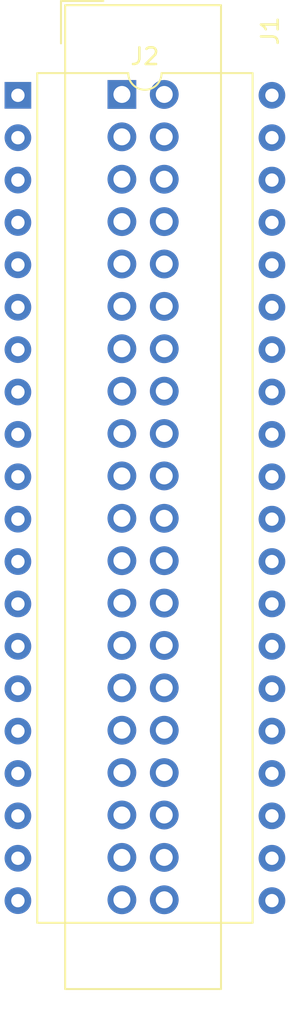
<source format=kicad_pcb>
(kicad_pcb (version 20171130) (host pcbnew "(5.1.5)-3")

  (general
    (thickness 1.6)
    (drawings 0)
    (tracks 0)
    (zones 0)
    (modules 2)
    (nets 36)
  )

  (page A4)
  (layers
    (0 F.Cu signal)
    (31 B.Cu signal)
    (32 B.Adhes user)
    (33 F.Adhes user)
    (34 B.Paste user)
    (35 F.Paste user)
    (36 B.SilkS user)
    (37 F.SilkS user)
    (38 B.Mask user)
    (39 F.Mask user)
    (40 Dwgs.User user)
    (41 Cmts.User user)
    (42 Eco1.User user)
    (43 Eco2.User user)
    (44 Edge.Cuts user)
    (45 Margin user)
    (46 B.CrtYd user)
    (47 F.CrtYd user)
    (48 B.Fab user)
    (49 F.Fab user)
  )

  (setup
    (last_trace_width 0.4)
    (user_trace_width 0.3)
    (user_trace_width 0.4)
    (user_trace_width 0.5)
    (user_trace_width 0.6)
    (trace_clearance 0.2)
    (zone_clearance 0.508)
    (zone_45_only no)
    (trace_min 0.2)
    (via_size 0.8)
    (via_drill 0.4)
    (via_min_size 0.4)
    (via_min_drill 0.3)
    (uvia_size 0.3)
    (uvia_drill 0.1)
    (uvias_allowed no)
    (uvia_min_size 0.2)
    (uvia_min_drill 0.1)
    (edge_width 0.05)
    (segment_width 0.2)
    (pcb_text_width 0.3)
    (pcb_text_size 1.5 1.5)
    (mod_edge_width 0.12)
    (mod_text_size 1 1)
    (mod_text_width 0.15)
    (pad_size 1.524 1.524)
    (pad_drill 0.762)
    (pad_to_mask_clearance 0.051)
    (solder_mask_min_width 0.25)
    (aux_axis_origin 0 0)
    (visible_elements FFFFEF7F)
    (pcbplotparams
      (layerselection 0x010fc_ffffffff)
      (usegerberextensions false)
      (usegerberattributes false)
      (usegerberadvancedattributes false)
      (creategerberjobfile false)
      (excludeedgelayer true)
      (linewidth 0.100000)
      (plotframeref false)
      (viasonmask false)
      (mode 1)
      (useauxorigin false)
      (hpglpennumber 1)
      (hpglpenspeed 20)
      (hpglpendiameter 15.000000)
      (psnegative false)
      (psa4output false)
      (plotreference true)
      (plotvalue true)
      (plotinvisibletext false)
      (padsonsilk false)
      (subtractmaskfromsilk false)
      (outputformat 1)
      (mirror false)
      (drillshape 1)
      (scaleselection 1)
      (outputdirectory ""))
  )

  (net 0 "")
  (net 1 /5V)
  (net 2 /A15)
  (net 3 /GND)
  (net 4 /A14)
  (net 5 /2000)
  (net 6 /A13)
  (net 7 /4000)
  (net 8 /A12)
  (net 9 /6000)
  (net 10 /A11)
  (net 11 /C000)
  (net 12 /A10)
  (net 13 /CLK)
  (net 14 /A9)
  (net 15 /A8)
  (net 16 /~RESET)
  (net 17 /A7)
  (net 18 /A6)
  (net 19 /R~W)
  (net 20 /A5)
  (net 21 /D7)
  (net 22 /A4)
  (net 23 /D6)
  (net 24 /A3)
  (net 25 /D5)
  (net 26 /A2)
  (net 27 /D4)
  (net 28 /A1)
  (net 29 /D3)
  (net 30 /A0)
  (net 31 /D2)
  (net 32 /RDY)
  (net 33 /D1)
  (net 34 /~IRQ)
  (net 35 /D0)

  (net_class Default "This is the default net class."
    (clearance 0.2)
    (trace_width 0.25)
    (via_dia 0.8)
    (via_drill 0.4)
    (uvia_dia 0.3)
    (uvia_drill 0.1)
    (add_net /2000)
    (add_net /4000)
    (add_net /5V)
    (add_net /6000)
    (add_net /A0)
    (add_net /A1)
    (add_net /A10)
    (add_net /A11)
    (add_net /A12)
    (add_net /A13)
    (add_net /A14)
    (add_net /A15)
    (add_net /A2)
    (add_net /A3)
    (add_net /A4)
    (add_net /A5)
    (add_net /A6)
    (add_net /A7)
    (add_net /A8)
    (add_net /A9)
    (add_net /C000)
    (add_net /CLK)
    (add_net /D0)
    (add_net /D1)
    (add_net /D2)
    (add_net /D3)
    (add_net /D4)
    (add_net /D5)
    (add_net /D6)
    (add_net /D7)
    (add_net /GND)
    (add_net /RDY)
    (add_net /R~W)
    (add_net /~IRQ)
    (add_net /~RESET)
  )

  (module Package_DIP:DIP-40_W15.24mm (layer F.Cu) (tedit 5A02E8C5) (tstamp 633D31AF)
    (at 156.575001 77.775001)
    (descr "40-lead though-hole mounted DIP package, row spacing 15.24 mm (600 mils)")
    (tags "THT DIP DIL PDIP 2.54mm 15.24mm 600mil")
    (path /64B00EA7)
    (fp_text reference J2 (at 7.62 -2.33) (layer F.SilkS)
      (effects (font (size 1 1) (thickness 0.15)))
    )
    (fp_text value DIP (at 7.62 50.59) (layer F.Fab)
      (effects (font (size 1 1) (thickness 0.15)))
    )
    (fp_text user %R (at 7.62 24.13) (layer F.Fab)
      (effects (font (size 1 1) (thickness 0.15)))
    )
    (fp_line (start 16.3 -1.55) (end -1.05 -1.55) (layer F.CrtYd) (width 0.05))
    (fp_line (start 16.3 49.8) (end 16.3 -1.55) (layer F.CrtYd) (width 0.05))
    (fp_line (start -1.05 49.8) (end 16.3 49.8) (layer F.CrtYd) (width 0.05))
    (fp_line (start -1.05 -1.55) (end -1.05 49.8) (layer F.CrtYd) (width 0.05))
    (fp_line (start 14.08 -1.33) (end 8.62 -1.33) (layer F.SilkS) (width 0.12))
    (fp_line (start 14.08 49.59) (end 14.08 -1.33) (layer F.SilkS) (width 0.12))
    (fp_line (start 1.16 49.59) (end 14.08 49.59) (layer F.SilkS) (width 0.12))
    (fp_line (start 1.16 -1.33) (end 1.16 49.59) (layer F.SilkS) (width 0.12))
    (fp_line (start 6.62 -1.33) (end 1.16 -1.33) (layer F.SilkS) (width 0.12))
    (fp_line (start 0.255 -0.27) (end 1.255 -1.27) (layer F.Fab) (width 0.1))
    (fp_line (start 0.255 49.53) (end 0.255 -0.27) (layer F.Fab) (width 0.1))
    (fp_line (start 14.985 49.53) (end 0.255 49.53) (layer F.Fab) (width 0.1))
    (fp_line (start 14.985 -1.27) (end 14.985 49.53) (layer F.Fab) (width 0.1))
    (fp_line (start 1.255 -1.27) (end 14.985 -1.27) (layer F.Fab) (width 0.1))
    (fp_arc (start 7.62 -1.33) (end 6.62 -1.33) (angle -180) (layer F.SilkS) (width 0.12))
    (pad 40 thru_hole oval (at 15.24 0) (size 1.6 1.6) (drill 0.8) (layers *.Cu *.Mask)
      (net 3 /GND))
    (pad 20 thru_hole oval (at 0 48.26) (size 1.6 1.6) (drill 0.8) (layers *.Cu *.Mask)
      (net 1 /5V))
    (pad 39 thru_hole oval (at 15.24 2.54) (size 1.6 1.6) (drill 0.8) (layers *.Cu *.Mask)
      (net 34 /~IRQ))
    (pad 19 thru_hole oval (at 0 45.72) (size 1.6 1.6) (drill 0.8) (layers *.Cu *.Mask)
      (net 3 /GND))
    (pad 38 thru_hole oval (at 15.24 5.08) (size 1.6 1.6) (drill 0.8) (layers *.Cu *.Mask)
      (net 32 /RDY))
    (pad 18 thru_hole oval (at 0 43.18) (size 1.6 1.6) (drill 0.8) (layers *.Cu *.Mask)
      (net 5 /2000))
    (pad 37 thru_hole oval (at 15.24 7.62) (size 1.6 1.6) (drill 0.8) (layers *.Cu *.Mask)
      (net 30 /A0))
    (pad 17 thru_hole oval (at 0 40.64) (size 1.6 1.6) (drill 0.8) (layers *.Cu *.Mask)
      (net 7 /4000))
    (pad 36 thru_hole oval (at 15.24 10.16) (size 1.6 1.6) (drill 0.8) (layers *.Cu *.Mask)
      (net 28 /A1))
    (pad 16 thru_hole oval (at 0 38.1) (size 1.6 1.6) (drill 0.8) (layers *.Cu *.Mask)
      (net 9 /6000))
    (pad 35 thru_hole oval (at 15.24 12.7) (size 1.6 1.6) (drill 0.8) (layers *.Cu *.Mask)
      (net 26 /A2))
    (pad 15 thru_hole oval (at 0 35.56) (size 1.6 1.6) (drill 0.8) (layers *.Cu *.Mask)
      (net 11 /C000))
    (pad 34 thru_hole oval (at 15.24 15.24) (size 1.6 1.6) (drill 0.8) (layers *.Cu *.Mask)
      (net 24 /A3))
    (pad 14 thru_hole oval (at 0 33.02) (size 1.6 1.6) (drill 0.8) (layers *.Cu *.Mask)
      (net 13 /CLK))
    (pad 33 thru_hole oval (at 15.24 17.78) (size 1.6 1.6) (drill 0.8) (layers *.Cu *.Mask)
      (net 22 /A4))
    (pad 13 thru_hole oval (at 0 30.48) (size 1.6 1.6) (drill 0.8) (layers *.Cu *.Mask)
      (net 3 /GND))
    (pad 32 thru_hole oval (at 15.24 20.32) (size 1.6 1.6) (drill 0.8) (layers *.Cu *.Mask)
      (net 20 /A5))
    (pad 12 thru_hole oval (at 0 27.94) (size 1.6 1.6) (drill 0.8) (layers *.Cu *.Mask)
      (net 16 /~RESET))
    (pad 31 thru_hole oval (at 15.24 22.86) (size 1.6 1.6) (drill 0.8) (layers *.Cu *.Mask)
      (net 18 /A6))
    (pad 11 thru_hole oval (at 0 25.4) (size 1.6 1.6) (drill 0.8) (layers *.Cu *.Mask)
      (net 3 /GND))
    (pad 30 thru_hole oval (at 15.24 25.4) (size 1.6 1.6) (drill 0.8) (layers *.Cu *.Mask)
      (net 17 /A7))
    (pad 10 thru_hole oval (at 0 22.86) (size 1.6 1.6) (drill 0.8) (layers *.Cu *.Mask)
      (net 19 /R~W))
    (pad 29 thru_hole oval (at 15.24 27.94) (size 1.6 1.6) (drill 0.8) (layers *.Cu *.Mask)
      (net 15 /A8))
    (pad 9 thru_hole oval (at 0 20.32) (size 1.6 1.6) (drill 0.8) (layers *.Cu *.Mask)
      (net 21 /D7))
    (pad 28 thru_hole oval (at 15.24 30.48) (size 1.6 1.6) (drill 0.8) (layers *.Cu *.Mask)
      (net 14 /A9))
    (pad 8 thru_hole oval (at 0 17.78) (size 1.6 1.6) (drill 0.8) (layers *.Cu *.Mask)
      (net 23 /D6))
    (pad 27 thru_hole oval (at 15.24 33.02) (size 1.6 1.6) (drill 0.8) (layers *.Cu *.Mask)
      (net 12 /A10))
    (pad 7 thru_hole oval (at 0 15.24) (size 1.6 1.6) (drill 0.8) (layers *.Cu *.Mask)
      (net 25 /D5))
    (pad 26 thru_hole oval (at 15.24 35.56) (size 1.6 1.6) (drill 0.8) (layers *.Cu *.Mask)
      (net 10 /A11))
    (pad 6 thru_hole oval (at 0 12.7) (size 1.6 1.6) (drill 0.8) (layers *.Cu *.Mask)
      (net 27 /D4))
    (pad 25 thru_hole oval (at 15.24 38.1) (size 1.6 1.6) (drill 0.8) (layers *.Cu *.Mask)
      (net 8 /A12))
    (pad 5 thru_hole oval (at 0 10.16) (size 1.6 1.6) (drill 0.8) (layers *.Cu *.Mask)
      (net 29 /D3))
    (pad 24 thru_hole oval (at 15.24 40.64) (size 1.6 1.6) (drill 0.8) (layers *.Cu *.Mask)
      (net 6 /A13))
    (pad 4 thru_hole oval (at 0 7.62) (size 1.6 1.6) (drill 0.8) (layers *.Cu *.Mask)
      (net 31 /D2))
    (pad 23 thru_hole oval (at 15.24 43.18) (size 1.6 1.6) (drill 0.8) (layers *.Cu *.Mask)
      (net 4 /A14))
    (pad 3 thru_hole oval (at 0 5.08) (size 1.6 1.6) (drill 0.8) (layers *.Cu *.Mask)
      (net 33 /D1))
    (pad 22 thru_hole oval (at 15.24 45.72) (size 1.6 1.6) (drill 0.8) (layers *.Cu *.Mask)
      (net 2 /A15))
    (pad 2 thru_hole oval (at 0 2.54) (size 1.6 1.6) (drill 0.8) (layers *.Cu *.Mask)
      (net 35 /D0))
    (pad 21 thru_hole oval (at 15.24 48.26) (size 1.6 1.6) (drill 0.8) (layers *.Cu *.Mask)
      (net 1 /5V))
    (pad 1 thru_hole rect (at 0 0) (size 1.6 1.6) (drill 0.8) (layers *.Cu *.Mask)
      (net 3 /GND))
    (model ${KISYS3DMOD}/Package_DIP.3dshapes/DIP-40_W15.24mm.wrl
      (at (xyz 0 0 0))
      (scale (xyz 1 1 1))
      (rotate (xyz 0 0 0))
    )
  )

  (module Connector_IDC:IDC-Header_2x20_P2.54mm_Vertical (layer F.Cu) (tedit 59DE12BE) (tstamp 633D3173)
    (at 162.814 77.724)
    (descr "Through hole straight IDC box header, 2x20, 2.54mm pitch, double rows")
    (tags "Through hole IDC box header THT 2x20 2.54mm double row")
    (path /64AFC1A5)
    (fp_text reference J1 (at 8.89 -3.81 270) (layer F.SilkS)
      (effects (font (size 1 1) (thickness 0.15)))
    )
    (fp_text value IDC (at 1.27 54.864) (layer F.Fab)
      (effects (font (size 1 1) (thickness 0.15)))
    )
    (fp_line (start -3.655 -5.6) (end -1.115 -5.6) (layer F.SilkS) (width 0.12))
    (fp_line (start -3.655 -5.6) (end -3.655 -3.06) (layer F.SilkS) (width 0.12))
    (fp_line (start -3.405 -5.35) (end 5.945 -5.35) (layer F.SilkS) (width 0.12))
    (fp_line (start -3.405 53.61) (end -3.405 -5.35) (layer F.SilkS) (width 0.12))
    (fp_line (start 5.945 53.61) (end -3.405 53.61) (layer F.SilkS) (width 0.12))
    (fp_line (start 5.945 -5.35) (end 5.945 53.61) (layer F.SilkS) (width 0.12))
    (fp_line (start -3.41 -5.35) (end 5.95 -5.35) (layer F.CrtYd) (width 0.05))
    (fp_line (start -3.41 53.61) (end -3.41 -5.35) (layer F.CrtYd) (width 0.05))
    (fp_line (start 5.95 53.61) (end -3.41 53.61) (layer F.CrtYd) (width 0.05))
    (fp_line (start 5.95 -5.35) (end 5.95 53.61) (layer F.CrtYd) (width 0.05))
    (fp_line (start -3.155 53.36) (end -2.605 52.8) (layer F.Fab) (width 0.1))
    (fp_line (start -3.155 -5.1) (end -2.605 -4.56) (layer F.Fab) (width 0.1))
    (fp_line (start 5.695 53.36) (end 5.145 52.8) (layer F.Fab) (width 0.1))
    (fp_line (start 5.695 -5.1) (end 5.145 -4.56) (layer F.Fab) (width 0.1))
    (fp_line (start 5.145 52.8) (end -2.605 52.8) (layer F.Fab) (width 0.1))
    (fp_line (start 5.695 53.36) (end -3.155 53.36) (layer F.Fab) (width 0.1))
    (fp_line (start 5.145 -4.56) (end -2.605 -4.56) (layer F.Fab) (width 0.1))
    (fp_line (start 5.695 -5.1) (end -3.155 -5.1) (layer F.Fab) (width 0.1))
    (fp_line (start -2.605 26.38) (end -3.155 26.38) (layer F.Fab) (width 0.1))
    (fp_line (start -2.605 21.88) (end -3.155 21.88) (layer F.Fab) (width 0.1))
    (fp_line (start -2.605 26.38) (end -2.605 52.8) (layer F.Fab) (width 0.1))
    (fp_line (start -2.605 -4.56) (end -2.605 21.88) (layer F.Fab) (width 0.1))
    (fp_line (start -3.155 -5.1) (end -3.155 53.36) (layer F.Fab) (width 0.1))
    (fp_line (start 5.145 -4.56) (end 5.145 52.8) (layer F.Fab) (width 0.1))
    (fp_line (start 5.695 -5.1) (end 5.695 53.36) (layer F.Fab) (width 0.1))
    (fp_text user %R (at 1.27 24.13) (layer F.Fab)
      (effects (font (size 1 1) (thickness 0.15)))
    )
    (pad 40 thru_hole oval (at 2.54 48.26) (size 1.7272 1.7272) (drill 1.016) (layers *.Cu *.Mask)
      (net 1 /5V))
    (pad 39 thru_hole oval (at 0 48.26) (size 1.7272 1.7272) (drill 1.016) (layers *.Cu *.Mask)
      (net 1 /5V))
    (pad 38 thru_hole oval (at 2.54 45.72) (size 1.7272 1.7272) (drill 1.016) (layers *.Cu *.Mask)
      (net 2 /A15))
    (pad 37 thru_hole oval (at 0 45.72) (size 1.7272 1.7272) (drill 1.016) (layers *.Cu *.Mask)
      (net 3 /GND))
    (pad 36 thru_hole oval (at 2.54 43.18) (size 1.7272 1.7272) (drill 1.016) (layers *.Cu *.Mask)
      (net 4 /A14))
    (pad 35 thru_hole oval (at 0 43.18) (size 1.7272 1.7272) (drill 1.016) (layers *.Cu *.Mask)
      (net 5 /2000))
    (pad 34 thru_hole oval (at 2.54 40.64) (size 1.7272 1.7272) (drill 1.016) (layers *.Cu *.Mask)
      (net 6 /A13))
    (pad 33 thru_hole oval (at 0 40.64) (size 1.7272 1.7272) (drill 1.016) (layers *.Cu *.Mask)
      (net 7 /4000))
    (pad 32 thru_hole oval (at 2.54 38.1) (size 1.7272 1.7272) (drill 1.016) (layers *.Cu *.Mask)
      (net 8 /A12))
    (pad 31 thru_hole oval (at 0 38.1) (size 1.7272 1.7272) (drill 1.016) (layers *.Cu *.Mask)
      (net 9 /6000))
    (pad 30 thru_hole oval (at 2.54 35.56) (size 1.7272 1.7272) (drill 1.016) (layers *.Cu *.Mask)
      (net 10 /A11))
    (pad 29 thru_hole oval (at 0 35.56) (size 1.7272 1.7272) (drill 1.016) (layers *.Cu *.Mask)
      (net 11 /C000))
    (pad 28 thru_hole oval (at 2.54 33.02) (size 1.7272 1.7272) (drill 1.016) (layers *.Cu *.Mask)
      (net 12 /A10))
    (pad 27 thru_hole oval (at 0 33.02) (size 1.7272 1.7272) (drill 1.016) (layers *.Cu *.Mask)
      (net 13 /CLK))
    (pad 26 thru_hole oval (at 2.54 30.48) (size 1.7272 1.7272) (drill 1.016) (layers *.Cu *.Mask)
      (net 14 /A9))
    (pad 25 thru_hole oval (at 0 30.48) (size 1.7272 1.7272) (drill 1.016) (layers *.Cu *.Mask)
      (net 3 /GND))
    (pad 24 thru_hole oval (at 2.54 27.94) (size 1.7272 1.7272) (drill 1.016) (layers *.Cu *.Mask)
      (net 15 /A8))
    (pad 23 thru_hole oval (at 0 27.94) (size 1.7272 1.7272) (drill 1.016) (layers *.Cu *.Mask)
      (net 16 /~RESET))
    (pad 22 thru_hole oval (at 2.54 25.4) (size 1.7272 1.7272) (drill 1.016) (layers *.Cu *.Mask)
      (net 17 /A7))
    (pad 21 thru_hole oval (at 0 25.4) (size 1.7272 1.7272) (drill 1.016) (layers *.Cu *.Mask)
      (net 3 /GND))
    (pad 20 thru_hole oval (at 2.54 22.86) (size 1.7272 1.7272) (drill 1.016) (layers *.Cu *.Mask)
      (net 18 /A6))
    (pad 19 thru_hole oval (at 0 22.86) (size 1.7272 1.7272) (drill 1.016) (layers *.Cu *.Mask)
      (net 19 /R~W))
    (pad 18 thru_hole oval (at 2.54 20.32) (size 1.7272 1.7272) (drill 1.016) (layers *.Cu *.Mask)
      (net 20 /A5))
    (pad 17 thru_hole oval (at 0 20.32) (size 1.7272 1.7272) (drill 1.016) (layers *.Cu *.Mask)
      (net 21 /D7))
    (pad 16 thru_hole oval (at 2.54 17.78) (size 1.7272 1.7272) (drill 1.016) (layers *.Cu *.Mask)
      (net 22 /A4))
    (pad 15 thru_hole oval (at 0 17.78) (size 1.7272 1.7272) (drill 1.016) (layers *.Cu *.Mask)
      (net 23 /D6))
    (pad 14 thru_hole oval (at 2.54 15.24) (size 1.7272 1.7272) (drill 1.016) (layers *.Cu *.Mask)
      (net 24 /A3))
    (pad 13 thru_hole oval (at 0 15.24) (size 1.7272 1.7272) (drill 1.016) (layers *.Cu *.Mask)
      (net 25 /D5))
    (pad 12 thru_hole oval (at 2.54 12.7) (size 1.7272 1.7272) (drill 1.016) (layers *.Cu *.Mask)
      (net 26 /A2))
    (pad 11 thru_hole oval (at 0 12.7) (size 1.7272 1.7272) (drill 1.016) (layers *.Cu *.Mask)
      (net 27 /D4))
    (pad 10 thru_hole oval (at 2.54 10.16) (size 1.7272 1.7272) (drill 1.016) (layers *.Cu *.Mask)
      (net 28 /A1))
    (pad 9 thru_hole oval (at 0 10.16) (size 1.7272 1.7272) (drill 1.016) (layers *.Cu *.Mask)
      (net 29 /D3))
    (pad 8 thru_hole oval (at 2.54 7.62) (size 1.7272 1.7272) (drill 1.016) (layers *.Cu *.Mask)
      (net 30 /A0))
    (pad 7 thru_hole oval (at 0 7.62) (size 1.7272 1.7272) (drill 1.016) (layers *.Cu *.Mask)
      (net 31 /D2))
    (pad 6 thru_hole oval (at 2.54 5.08) (size 1.7272 1.7272) (drill 1.016) (layers *.Cu *.Mask)
      (net 32 /RDY))
    (pad 5 thru_hole oval (at 0 5.08) (size 1.7272 1.7272) (drill 1.016) (layers *.Cu *.Mask)
      (net 33 /D1))
    (pad 4 thru_hole oval (at 2.54 2.54) (size 1.7272 1.7272) (drill 1.016) (layers *.Cu *.Mask)
      (net 34 /~IRQ))
    (pad 3 thru_hole oval (at 0 2.54) (size 1.7272 1.7272) (drill 1.016) (layers *.Cu *.Mask)
      (net 35 /D0))
    (pad 2 thru_hole oval (at 2.54 0) (size 1.7272 1.7272) (drill 1.016) (layers *.Cu *.Mask)
      (net 3 /GND))
    (pad 1 thru_hole rect (at 0 0) (size 1.7272 1.7272) (drill 1.016) (layers *.Cu *.Mask)
      (net 3 /GND))
    (model ${KISYS3DMOD}/Connector_IDC.3dshapes/IDC-Header_2x20_P2.54mm_Vertical.wrl
      (at (xyz 0 0 0))
      (scale (xyz 1 1 1))
      (rotate (xyz 0 0 0))
    )
  )

)

</source>
